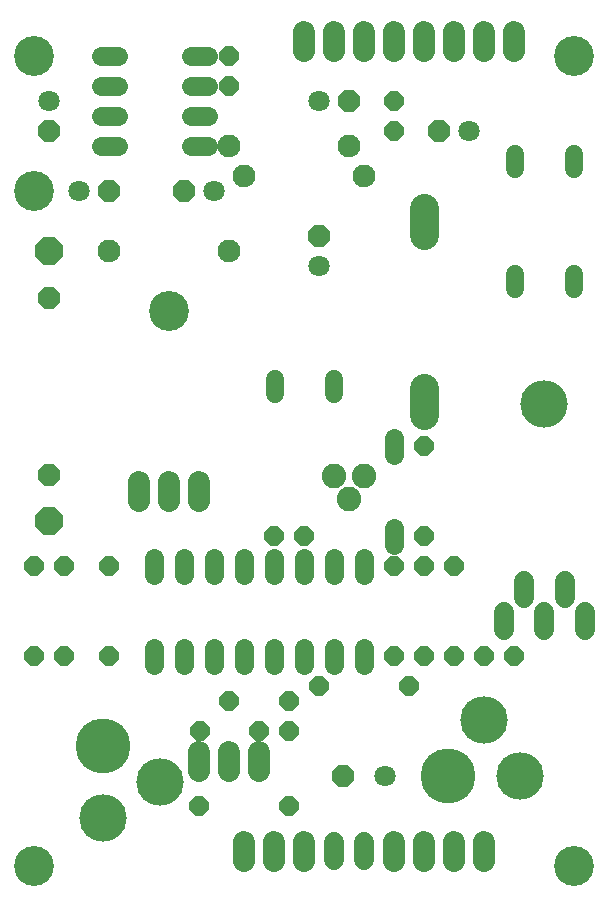
<source format=gbs>
G75*
%MOIN*%
%OFA0B0*%
%FSLAX24Y24*%
%IPPOS*%
%LPD*%
%AMOC8*
5,1,8,0,0,1.08239X$1,22.5*
%
%ADD10C,0.1330*%
%ADD11C,0.0640*%
%ADD12OC8,0.0640*%
%ADD13OC8,0.0710*%
%ADD14C,0.0710*%
%ADD15C,0.0820*%
%ADD16C,0.0720*%
%ADD17C,0.0596*%
%ADD18C,0.0680*%
%ADD19C,0.0760*%
%ADD20OC8,0.0720*%
%ADD21OC8,0.0930*%
%ADD22C,0.1830*%
%ADD23C,0.1580*%
%ADD24C,0.0674*%
%ADD25C,0.1576*%
%ADD26C,0.0965*%
D10*
X001180Y002180D03*
X005680Y020680D03*
X001180Y024680D03*
X001180Y029180D03*
X019180Y029180D03*
X019180Y002180D03*
D11*
X012180Y008900D02*
X012180Y009460D01*
X011180Y009460D02*
X011180Y008900D01*
X010180Y008900D02*
X010180Y009460D01*
X009180Y009460D02*
X009180Y008900D01*
X008180Y008900D02*
X008180Y009460D01*
X007180Y009460D02*
X007180Y008900D01*
X006180Y008900D02*
X006180Y009460D01*
X005180Y009460D02*
X005180Y008900D01*
X005180Y011900D02*
X005180Y012460D01*
X006180Y012460D02*
X006180Y011900D01*
X007180Y011900D02*
X007180Y012460D01*
X008180Y012460D02*
X008180Y011900D01*
X009180Y011900D02*
X009180Y012460D01*
X010180Y012460D02*
X010180Y011900D01*
X011180Y011900D02*
X011180Y012460D01*
X012180Y012460D02*
X012180Y011900D01*
X013180Y012900D02*
X013180Y013460D01*
X013180Y015900D02*
X013180Y016460D01*
X006960Y026180D02*
X006400Y026180D01*
X006400Y027180D02*
X006960Y027180D01*
X006960Y028180D02*
X006400Y028180D01*
X006400Y029180D02*
X006960Y029180D01*
X003960Y029180D02*
X003400Y029180D01*
X003400Y028180D02*
X003960Y028180D01*
X003960Y027180D02*
X003400Y027180D01*
X003400Y026180D02*
X003960Y026180D01*
D12*
X007680Y028180D03*
X007680Y029180D03*
X013180Y027680D03*
X013180Y026680D03*
X014180Y016180D03*
X014180Y013180D03*
X014180Y012180D03*
X013180Y012180D03*
X015180Y012180D03*
X015180Y009180D03*
X014180Y009180D03*
X013680Y008180D03*
X013180Y009180D03*
X010680Y008180D03*
X009680Y007680D03*
X009680Y006680D03*
X008670Y006680D03*
X007680Y007680D03*
X006690Y006680D03*
X006680Y004180D03*
X009680Y004180D03*
X003680Y009180D03*
X002180Y009180D03*
X001180Y009180D03*
X001180Y012180D03*
X002180Y012180D03*
X003680Y012180D03*
X009180Y013180D03*
X010180Y013180D03*
X016180Y009180D03*
X017180Y009180D03*
D13*
X011480Y005180D03*
X010680Y023180D03*
X011680Y027680D03*
X014680Y026680D03*
X006180Y024680D03*
X003680Y024680D03*
X001680Y026680D03*
D14*
X001680Y027680D03*
X002680Y024680D03*
X007180Y024680D03*
X010680Y022180D03*
X010680Y027680D03*
X015680Y026680D03*
X012880Y005180D03*
D15*
X011680Y014430D03*
X012180Y015180D03*
X011180Y015180D03*
D16*
X006680Y015000D02*
X006680Y014360D01*
X005680Y014360D02*
X005680Y015000D01*
X004680Y015000D02*
X004680Y014360D01*
X006680Y006000D02*
X006680Y005360D01*
X007680Y005360D02*
X007680Y006000D01*
X008680Y006000D02*
X008680Y005360D01*
X008180Y003000D02*
X008180Y002360D01*
X009180Y002360D02*
X009180Y003000D01*
X010180Y003000D02*
X010180Y002360D01*
X013180Y002360D02*
X013180Y003000D01*
X014180Y003000D02*
X014180Y002360D01*
X015180Y002360D02*
X015180Y003000D01*
X016180Y003000D02*
X016180Y002360D01*
X016180Y029360D02*
X016180Y030000D01*
X015180Y030000D02*
X015180Y029360D01*
X014180Y029360D02*
X014180Y030000D01*
X013180Y030000D02*
X013180Y029360D01*
X012180Y029360D02*
X012180Y030000D01*
X011180Y030000D02*
X011180Y029360D01*
X010180Y029360D02*
X010180Y030000D01*
X017180Y030000D02*
X017180Y029360D01*
D17*
X017196Y025938D02*
X017196Y025422D01*
X019164Y025422D02*
X019164Y025938D01*
X019164Y021938D02*
X019164Y021422D01*
X017196Y021422D02*
X017196Y021938D01*
X011164Y018438D02*
X011164Y017922D01*
X009196Y017922D02*
X009196Y018438D01*
D18*
X011180Y002980D02*
X011180Y002380D01*
X012180Y002380D02*
X012180Y002980D01*
D19*
X007680Y022680D03*
X008180Y025180D03*
X007680Y026180D03*
X003680Y022680D03*
X011680Y026180D03*
X012180Y025180D03*
D20*
X001680Y021130D03*
X001680Y015230D03*
D21*
X001680Y013680D03*
X001680Y022680D03*
D22*
X003480Y006200D03*
X014960Y005180D03*
D23*
X016180Y007070D03*
X017361Y005180D03*
X005370Y004980D03*
X003480Y003799D03*
D24*
X016841Y010076D02*
X016841Y010670D01*
X017511Y011111D02*
X017511Y011706D01*
X018180Y010670D02*
X018180Y010076D01*
X018849Y011111D02*
X018849Y011706D01*
X019519Y010670D02*
X019519Y010076D01*
D25*
X018180Y017578D03*
D26*
X014180Y017238D02*
X014180Y018123D01*
X014180Y023238D02*
X014180Y024123D01*
M02*

</source>
